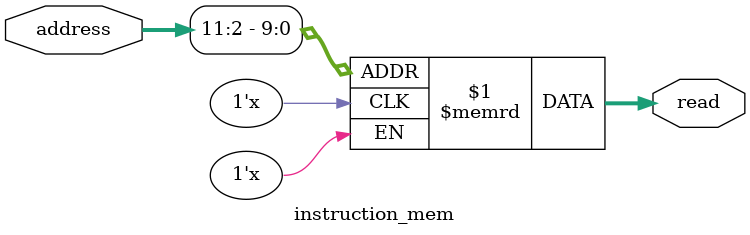
<source format=v>
module instruction_mem(
input wire [31:0] address,
output wire [31:0] read 
 );
 
 reg [31:0] memory [0:1023];
 
 assign read= memory[address[11:2]];

endmodule

</source>
